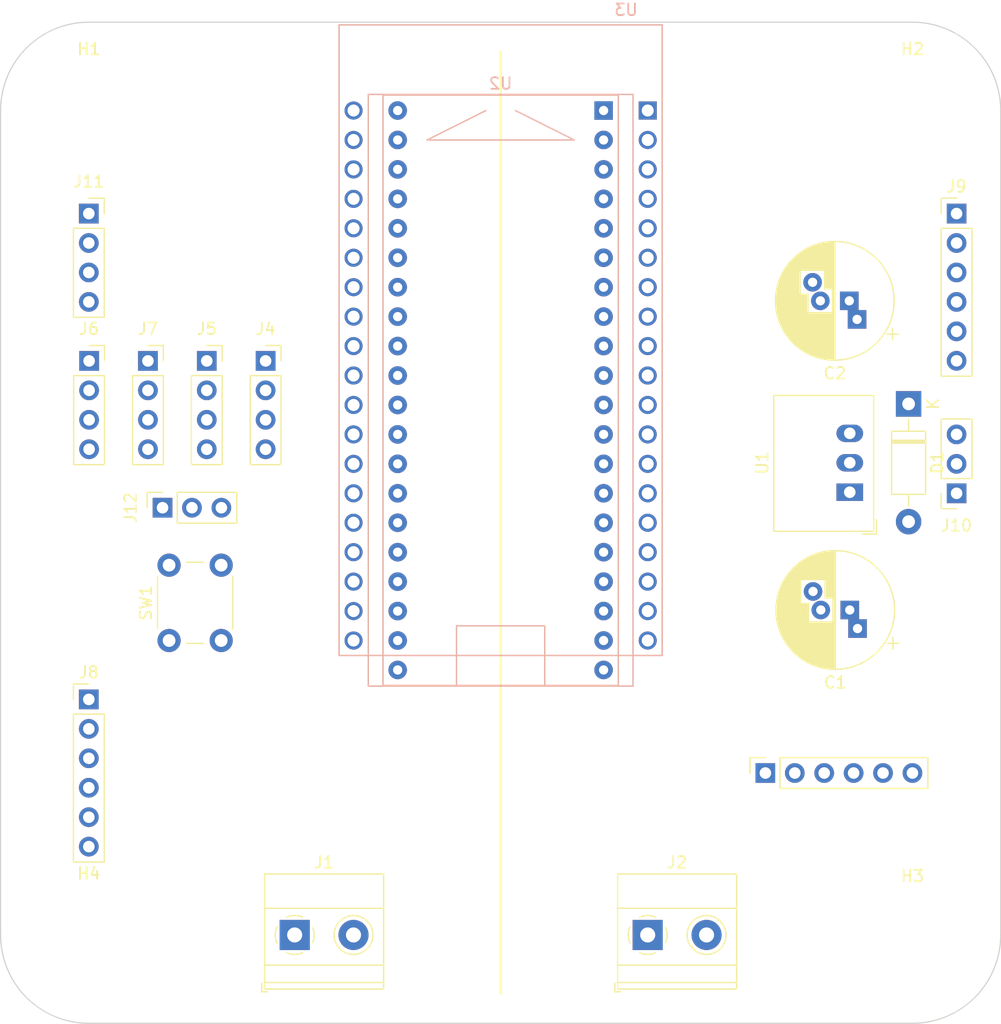
<source format=kicad_pcb>
(kicad_pcb (version 20211014) (generator pcbnew)
  (layers (0 "F.Cu" signal) (31 "B.Cu" signal) (36 "B.SilkS" user "B.Silkscreen") (37 "F.SilkS" user "F.Silkscreen") (38 "B.Mask" user) (39 "F.Mask" user) (44 "Edge.Cuts" user))
  (net 0 "")
  (net 1 "Vin-")
  (net 2 "GND")
  (net 3 "Vin+")
  (net 4 "I2C_DA")
  (net 5 "I2C_CL")
  (net 6 "SW01")
  (net 7 "SW02")
  (net 10 "SW03")
  (net 11 "SW04")
  (net 12 "SER_TX")
  (net 13 "SER_RX")
  (net 20 "OWI2")
  (net 21 "OWI1")
  (net 22 "OWI4")
  (net 23 "OWI3")
  (net 26 "Pin22")
  (net 32 "+3V3")
  (net 33 "RUN")
  (net 34 "VCC")
  (net 36 "Net-(J10-Pad2)")
  (footprint "Connector_PinSocket_2.54mm:PinSocket_1x04_P2.54mm_Vertical" (layer "F.Cu") (at 58.445 80.02)
    (fp_text reference "J6" (at 0 -2.77) (layer "F.SilkS"))
    (fp_text value "Conn_01x04")
    (pad "1" thru_hole rect (at 0 0) (size 1.7 1.7) (drill 1) (layers *.Cu *.Mask) (net 32 "+3V3"))
    (pad "2" thru_hole oval (at 0 2.54) (size 1.7 1.7) (drill 1) (layers *.Cu *.Mask) (net 2 "GND"))
    (pad "3" thru_hole oval (at 0 5.08) (size 1.7 1.7) (drill 1) (layers *.Cu *.Mask) (net 5 "I2C_CL"))
    (pad "4" thru_hole oval (at 0 7.62) (size 1.7 1.7) (drill 1) (layers *.Cu *.Mask) (net 4 "I2C_DA"))
  )
  (footprint "Diode_THT:D_DO-41_SOD81_P10.16mm_Horizontal" (layer "F.Cu") (at 129.2075 83.727 -90)
    (fp_text reference "D1" (at 5.08 -2.47 90) (layer "F.SilkS"))
    (fp_text value "1N5819")
    (fp_text user "K" (at 0 -2.1 90) (layer "F.SilkS"))
    (pad "1" thru_hole rect (at 0 0 270) (size 2.2 2.2) (drill 1.1) (layers *.Cu *.Mask) (net 34 "VCC"))
    (pad "2" thru_hole oval (at 10.16 0 270) (size 2.2 2.2) (drill 1.1) (layers *.Cu *.Mask) (net 1 "Vin-"))
  )
  (footprint "Converter_DCDC:Converter_DCDC_RECOM_R-78E-0.5_THT" (layer "F.Cu") (at 124.1275 91.347 90)
    (fp_text reference "U1" (at 2.54 -7.56 90) (layer "F.SilkS"))
    (fp_text value "R-78E5.0-0.5")
    (pad "1" thru_hole rect (at 0 0 90) (size 1.5 2.3) (drill 1) (layers *.Cu *.Mask) (net 1 "Vin-"))
    (pad "2" thru_hole oval (at 2.54 0 90) (size 1.5 2.3) (drill 1) (layers *.Cu *.Mask) (net 2 "GND"))
    (pad "3" thru_hole oval (at 5.08 0 90) (size 1.5 2.3) (drill 1) (layers *.Cu *.Mask) (net 34 "VCC"))
  )
  (footprint "Button_Switch_THT:SW_PUSH_6mm_H5mm" (layer "F.Cu") (at 65.35 104.14 90)
    (fp_text reference "SW1" (at 3.25 -2 90) (layer "F.SilkS"))
    (fp_text value "SW_Push")
    (pad "1" thru_hole circle (at 6.5 0 180) (size 2 2) (drill 1.1) (layers *.Cu *.Mask) (net 26 "Pin22"))
    (pad "1" thru_hole circle (at 0 0 180) (size 2 2) (drill 1.1) (layers *.Cu *.Mask) (net 26 "Pin22"))
    (pad "2" thru_hole circle (at 6.5 4.5 180) (size 2 2) (drill 1.1) (layers *.Cu *.Mask) (net 2 "GND"))
    (pad "2" thru_hole circle (at 0 4.5 180) (size 2 2) (drill 1.1) (layers *.Cu *.Mask) (net 2 "GND"))
  )
  (footprint "Connector_PinHeader_2.54mm:PinHeader_1x06_P2.54mm_Vertical" (layer "F.Cu") (at 58.42 109.22)
    (fp_text reference "J8" (at 0 -2.33) (layer "F.SilkS"))
    (fp_text value "Conn_01x06")
    (pad "1" thru_hole rect (at 0 0) (size 1.7 1.7) (drill 1) (layers *.Cu *.Mask) (net 32 "+3V3"))
    (pad "2" thru_hole oval (at 0 2.54) (size 1.7 1.7) (drill 1) (layers *.Cu *.Mask) (net 21 "OWI1"))
    (pad "3" thru_hole oval (at 0 5.08) (size 1.7 1.7) (drill 1) (layers *.Cu *.Mask) (net 20 "OWI2"))
    (pad "4" thru_hole oval (at 0 7.62) (size 1.7 1.7) (drill 1) (layers *.Cu *.Mask) (net 23 "OWI3"))
    (pad "5" thru_hole oval (at 0 10.16) (size 1.7 1.7) (drill 1) (layers *.Cu *.Mask) (net 22 "OWI4"))
    (pad "6" thru_hole oval (at 0 12.7) (size 1.7 1.7) (drill 1) (layers *.Cu *.Mask) (net 2 "GND"))
  )
  (footprint "Connector_PinHeader_2.54mm:PinHeader_1x06_P2.54mm_Vertical" (layer "F.Cu") (at 133.35 67.31)
    (fp_text reference "J9" (at 0 -2.33) (layer "F.SilkS"))
    (fp_text value "Conn_01x06")
    (pad "1" thru_hole rect (at 0 0) (size 1.7 1.7) (drill 1) (layers *.Cu *.Mask) (net 2 "GND"))
    (pad "2" thru_hole oval (at 0 2.54) (size 1.7 1.7) (drill 1) (layers *.Cu *.Mask) (net 6 "SW01"))
    (pad "3" thru_hole oval (at 0 5.08) (size 1.7 1.7) (drill 1) (layers *.Cu *.Mask) (net 7 "SW02"))
    (pad "4" thru_hole oval (at 0 7.62) (size 1.7 1.7) (drill 1) (layers *.Cu *.Mask) (net 10 "SW03"))
    (pad "5" thru_hole oval (at 0 10.16) (size 1.7 1.7) (drill 1) (layers *.Cu *.Mask) (net 11 "SW04"))
    (pad "6" thru_hole oval (at 0 12.7) (size 1.7 1.7) (drill 1) (layers *.Cu *.Mask) (net 36 "Net-(J10-Pad2)"))
  )
  (footprint "Connector_PinSocket_2.54mm:PinSocket_1x06_P2.54mm_Vertical" (layer "F.Cu") (at 116.84 115.57 90)
    (fp_text reference "J3" (at 15.333 1.9775 90) (layer "F.SilkS"))
    (fp_text value "Conn_01x06")
    (pad "1" thru_hole rect (at 0 0 90) (size 1.7 1.7) (drill 1) (layers *.Cu *.Mask) (net 32 "+3V3"))
    (pad "2" thru_hole oval (at 0 2.54 90) (size 1.7 1.7) (drill 1) (layers *.Cu *.Mask) (net 2 "GND"))
    (pad "3" thru_hole oval (at 0 5.08 90) (size 1.7 1.7) (drill 1) (layers *.Cu *.Mask) (net 5 "I2C_CL"))
    (pad "4" thru_hole oval (at 0 7.62 90) (size 1.7 1.7) (drill 1) (layers *.Cu *.Mask) (net 4 "I2C_DA"))
    (pad "5" thru_hole oval (at 0 10.16 90) (size 1.7 1.7) (drill 1) (layers *.Cu *.Mask) (net 1 "Vin-"))
    (pad "6" thru_hole oval (at 0 12.7 90) (size 1.7 1.7) (drill 1) (layers *.Cu *.Mask) (net 3 "Vin+"))
  )
  (footprint "TerminalBlock_Phoenix:TerminalBlock_Phoenix_MKDS-1,5-2-5.08_1x02_P5.08mm_Horizontal" (layer "F.Cu") (at 76.195 129.54)
    (fp_text reference "J1" (at 2.54 -6.26) (layer "F.SilkS"))
    (fp_text value "Conn_01x02")
    (pad "1" thru_hole rect (at 0 0) (size 2.6 2.6) (drill 1.3) (layers *.Cu *.Mask) (net 1 "Vin-"))
    (pad "2" thru_hole circle (at 5.08 0) (size 2.6 2.6) (drill 1.3) (layers *.Cu *.Mask) (net 2 "GND"))
  )
  (footprint "Capacitor_THT:CP_Radial_D10.0mm_P2.50mm_P5.00mm" (layer "F.Cu") (at 124.0875 74.837 180)
    (fp_text reference "C2" (at 1.25 -6.25) (layer "F.SilkS"))
    (fp_text value "C_Polarized")
    (pad "1" thru_hole rect (at 0 0 180) (size 1.6 1.6) (drill 0.8) (layers *.Cu *.Mask) (net 34 "VCC"))
    (pad "1" thru_hole rect (at -0.670937 -1.6 180) (size 1.6 1.6) (drill 0.8) (layers *.Cu *.Mask) (net 34 "VCC"))
    (pad "2" thru_hole circle (at 2.5 0 180) (size 1.6 1.6) (drill 0.8) (layers *.Cu *.Mask) (net 2 "GND"))
    (pad "2" thru_hole circle (at 3.170937 1.6 180) (size 1.6 1.6) (drill 0.8) (layers *.Cu *.Mask) (net 2 "GND"))
  )
  (footprint "MountingHole:MountingHole_4.3mm_M4" (layer "F.Cu") (at 58.42 129.54)
    (fp_text reference "H4" (at 0 -5.3) (layer "F.SilkS"))
    (fp_text value "MountingHole")
    (pad "" np_thru_hole circle (at 0 0) (size 4.3 4.3) (drill 4.3) (layers *.Cu *.Mask))
  )
  (footprint "MountingHole:MountingHole_4.3mm_M4" (layer "F.Cu") (at 58.42 58.42)
    (fp_text reference "H1" (at 0 -5.3) (layer "F.SilkS"))
    (fp_text value "MountingHole")
    (pad "" np_thru_hole circle (at 0 0) (size 4.3 4.3) (drill 4.3) (layers *.Cu *.Mask))
  )
  (footprint "Connector_PinSocket_2.54mm:PinSocket_1x04_P2.54mm_Vertical" (layer "F.Cu") (at 58.42 67.31)
    (fp_text reference "J11" (at 0 -2.77) (layer "F.SilkS"))
    (fp_text value "Conn_01x04")
    (pad "1" thru_hole rect (at 0 0) (size 1.7 1.7) (drill 1) (layers *.Cu *.Mask) (net 32 "+3V3"))
    (pad "2" thru_hole oval (at 0 2.54) (size 1.7 1.7) (drill 1) (layers *.Cu *.Mask) (net 12 "SER_TX"))
    (pad "3" thru_hole oval (at 0 5.08) (size 1.7 1.7) (drill 1) (layers *.Cu *.Mask) (net 13 "SER_RX"))
    (pad "4" thru_hole oval (at 0 7.62) (size 1.7 1.7) (drill 1) (layers *.Cu *.Mask) (net 2 "GND"))
  )
  (footprint "MountingHole:MountingHole_4.3mm_M4" (layer "F.Cu") (at 129.54 129.54)
    (fp_text reference "H3" (at 0 -5.08) (layer "F.SilkS"))
    (fp_text value "MountingHole")
    (pad "" np_thru_hole circle (at 0 0) (size 4.3 4.3) (drill 4.3) (layers *.Cu *.Mask))
  )
  (footprint "Connector_PinSocket_2.54mm:PinSocket_1x04_P2.54mm_Vertical" (layer "F.Cu") (at 73.685 80.02)
    (fp_text reference "J4" (at 0 -2.77) (layer "F.SilkS"))
    (fp_text value "Conn_01x04")
    (pad "1" thru_hole rect (at 0 0) (size 1.7 1.7) (drill 1) (layers *.Cu *.Mask) (net 32 "+3V3"))
    (pad "2" thru_hole oval (at 0 2.54) (size 1.7 1.7) (drill 1) (layers *.Cu *.Mask) (net 2 "GND"))
    (pad "3" thru_hole oval (at 0 5.08) (size 1.7 1.7) (drill 1) (layers *.Cu *.Mask) (net 5 "I2C_CL"))
    (pad "4" thru_hole oval (at 0 7.62) (size 1.7 1.7) (drill 1) (layers *.Cu *.Mask) (net 4 "I2C_DA"))
  )
  (footprint "Connector_PinSocket_2.54mm:PinSocket_1x04_P2.54mm_Vertical" (layer "F.Cu") (at 68.605 80.02)
    (fp_text reference "J5" (at 0 -2.77) (layer "F.SilkS"))
    (fp_text value "Conn_01x04")
    (pad "1" thru_hole rect (at 0 0) (size 1.7 1.7) (drill 1) (layers *.Cu *.Mask) (net 32 "+3V3"))
    (pad "2" thru_hole oval (at 0 2.54) (size 1.7 1.7) (drill 1) (layers *.Cu *.Mask) (net 2 "GND"))
    (pad "3" thru_hole oval (at 0 5.08) (size 1.7 1.7) (drill 1) (layers *.Cu *.Mask) (net 5 "I2C_CL"))
    (pad "4" thru_hole oval (at 0 7.62) (size 1.7 1.7) (drill 1) (layers *.Cu *.Mask) (net 4 "I2C_DA"))
  )
  (footprint "Connector_PinSocket_2.54mm:PinSocket_1x03_P2.54mm_Vertical" (layer "F.Cu") (at 64.785 92.685 90)
    (fp_text reference "J12" (at 0 -2.77 90) (layer "F.SilkS"))
    (fp_text value "Conn_01x03")
    (pad "1" thru_hole rect (at 0 0 90) (size 1.7 1.7) (drill 1) (layers *.Cu *.Mask) (net 26 "Pin22"))
    (pad "2" thru_hole oval (at 0 2.54 90) (size 1.7 1.7) (drill 1) (layers *.Cu *.Mask) (net 2 "GND"))
    (pad "3" thru_hole oval (at 0 5.08 90) (size 1.7 1.7) (drill 1) (layers *.Cu *.Mask) (net 33 "RUN"))
  )
  (footprint "Capacitor_THT:CP_Radial_D10.0mm_P2.50mm_P5.00mm" (layer "F.Cu") (at 124.1275 101.507 180)
    (fp_text reference "C1" (at 1.25 -6.25) (layer "F.SilkS"))
    (fp_text value "C_Polarized")
    (pad "1" thru_hole rect (at -0.670937 -1.6 180) (size 1.6 1.6) (drill 0.8) (layers *.Cu *.Mask) (net 1 "Vin-"))
    (pad "1" thru_hole rect (at 0 0 180) (size 1.6 1.6) (drill 0.8) (layers *.Cu *.Mask) (net 1 "Vin-"))
    (pad "2" thru_hole circle (at 2.5 0 180) (size 1.6 1.6) (drill 0.8) (layers *.Cu *.Mask) (net 2 "GND"))
    (pad "2" thru_hole circle (at 3.170937 1.6 180) (size 1.6 1.6) (drill 0.8) (layers *.Cu *.Mask) (net 2 "GND"))
  )
  (footprint "MountingHole:MountingHole_4.3mm_M4" (layer "F.Cu") (at 129.54 58.42)
    (fp_text reference "H2" (at 0 -5.3) (layer "F.SilkS"))
    (fp_text value "MountingHole")
    (pad "" np_thru_hole circle (at 0 0) (size 4.3 4.3) (drill 4.3) (layers *.Cu *.Mask))
  )
  (footprint "TerminalBlock_Phoenix:TerminalBlock_Phoenix_MKDS-1,5-2-5.08_1x02_P5.08mm_Horizontal" (layer "F.Cu") (at 106.68 129.54)
    (fp_text reference "J2" (at 2.54 -6.26) (layer "F.SilkS"))
    (fp_text value "Conn_01x02")
    (pad "1" thru_hole rect (at 0 0) (size 2.6 2.6) (drill 1.3) (layers *.Cu *.Mask) (net 3 "Vin+"))
    (pad "2" thru_hole circle (at 5.08 0) (size 2.6 2.6) (drill 1.3) (layers *.Cu *.Mask) (net 2 "GND"))
  )
  (footprint "Connector_PinSocket_2.54mm:PinSocket_1x04_P2.54mm_Vertical" (layer "F.Cu") (at 63.525 80.02)
    (fp_text reference "J7" (at 0 -2.77) (layer "F.SilkS"))
    (fp_text value "Conn_01x04")
    (pad "1" thru_hole rect (at 0 0) (size 1.7 1.7) (drill 1) (layers *.Cu *.Mask) (net 32 "+3V3"))
    (pad "2" thru_hole oval (at 0 2.54) (size 1.7 1.7) (drill 1) (layers *.Cu *.Mask) (net 2 "GND"))
    (pad "3" thru_hole oval (at 0 5.08) (size 1.7 1.7) (drill 1) (layers *.Cu *.Mask) (net 5 "I2C_CL"))
    (pad "4" thru_hole oval (at 0 7.62) (size 1.7 1.7) (drill 1) (layers *.Cu *.Mask) (net 4 "I2C_DA"))
  )
  (footprint "Connector_PinSocket_2.54mm:PinSocket_1x03_P2.54mm_Vertical" (layer "F.Cu") (at 133.35 91.44 180)
    (fp_text reference "J10" (at 0 -2.77) (layer "F.SilkS"))
    (fp_text value "Conn_01x03")
    (pad "1" thru_hole rect (at 0 0 180) (size 1.7 1.7) (drill 1) (layers *.Cu *.Mask) (net 32 "+3V3"))
    (pad "2" thru_hole oval (at 0 2.54 180) (size 1.7 1.7) (drill 1) (layers *.Cu *.Mask) (net 36 "Net-(J10-Pad2)"))
    (pad "3" thru_hole oval (at 0 5.08 180) (size 1.7 1.7) (drill 1) (layers *.Cu *.Mask) (net 34 "VCC"))
  )
  (footprint "POElib:Raspberry_Pi_Pico_W_Socket" (layer "B.Cu") (at 93.98 82.55 180)
    (fp_text reference "U2" (at 0 26.46) (layer "B.SilkS") (effects (justify mirror)))
    (fp_text value "Raspberry_Pi_Pico_W")
    (pad "1" thru_hole rect (at -8.89 24.13 180) (size 1.6 1.6) (drill 0.8) (layers *.Cu *.Mask) (net 4 "I2C_DA"))
    (pad "2" thru_hole oval (at -8.89 21.59 180) (size 1.6 1.6) (drill 0.8) (layers *.Cu *.Mask) (net 5 "I2C_CL"))
    (pad "3" thru_hole oval (at -8.89 19.05 180) (size 1.6 1.6) (drill 0.8) (layers *.Cu *.Mask) (net 2 "GND"))
    (pad "4" thru_hole oval (at -8.89 16.51 180) (size 1.6 1.6) (drill 0.8) (layers *.Cu *.Mask) (net 6 "SW01"))
    (pad "5" thru_hole oval (at -8.89 13.97 180) (size 1.6 1.6) (drill 0.8) (layers *.Cu *.Mask) (net 7 "SW02"))
    (pad "6" thru_hole oval (at -8.89 11.43 180) (size 1.6 1.6) (drill 0.8) (layers *.Cu *.Mask))
    (pad "7" thru_hole oval (at -8.89 8.89 180) (size 1.6 1.6) (drill 0.8) (layers *.Cu *.Mask))
    (pad "8" thru_hole oval (at -8.89 6.35 180) (size 1.6 1.6) (drill 0.8) (layers *.Cu *.Mask) (net 2 "GND"))
    (pad "9" thru_hole oval (at -8.89 3.81 180) (size 1.6 1.6) (drill 0.8) (layers *.Cu *.Mask) (net 10 "SW03"))
    (pad "10" thru_hole oval (at -8.89 1.27 180) (size 1.6 1.6) (drill 0.8) (layers *.Cu *.Mask) (net 11 "SW04"))
    (pad "11" thru_hole oval (at -8.89 -1.27 180) (size 1.6 1.6) (drill 0.8) (layers *.Cu *.Mask) (net 12 "SER_TX"))
    (pad "12" thru_hole oval (at -8.89 -3.81 180) (size 1.6 1.6) (drill 0.8) (layers *.Cu *.Mask) (net 13 "SER_RX"))
    (pad "13" thru_hole oval (at -8.89 -6.35 180) (size 1.6 1.6) (drill 0.8) (layers *.Cu *.Mask) (net 2 "GND"))
    (pad "14" thru_hole oval (at -8.89 -8.89 180) (size 1.6 1.6) (drill 0.8) (layers *.Cu *.Mask))
    (pad "15" thru_hole oval (at -8.89 -11.43 180) (size 1.6 1.6) (drill 0.8) (layers *.Cu *.Mask))
    (pad "16" thru_hole oval (at -8.89 -13.97 180) (size 1.6 1.6) (drill 0.8) (layers *.Cu *.Mask))
    (pad "17" thru_hole oval (at -8.89 -16.51 180) (size 1.6 1.6) (drill 0.8) (layers *.Cu *.Mask))
    (pad "18" thru_hole oval (at -8.89 -19.05 180) (size 1.6 1.6) (drill 0.8) (layers *.Cu *.Mask) (net 2 "GND"))
    (pad "19" thru_hole oval (at -8.89 -21.59 180) (size 1.6 1.6) (drill 0.8) (layers *.Cu *.Mask))
    (pad "20" thru_hole oval (at -8.89 -24.13 180) (size 1.6 1.6) (drill 0.8) (layers *.Cu *.Mask))
    (pad "21" thru_hole oval (at 8.89 -24.13 180) (size 1.6 1.6) (drill 0.8) (layers *.Cu *.Mask) (net 20 "OWI2"))
    (pad "22" thru_hole oval (at 8.89 -21.59 180) (size 1.6 1.6) (drill 0.8) (layers *.Cu *.Mask) (net 21 "OWI1"))
    (pad "23" thru_hole oval (at 8.89 -19.05 180) (size 1.6 1.6) (drill 0.8) (layers *.Cu *.Mask) (net 2 "GND"))
    (pad "24" thru_hole oval (at 8.89 -16.51 180) (size 1.6 1.6) (drill 0.8) (layers *.Cu *.Mask) (net 22 "OWI4"))
    (pad "25" thru_hole oval (at 8.89 -13.97 180) (size 1.6 1.6) (drill 0.8) (layers *.Cu *.Mask) (net 23 "OWI3"))
    (pad "26" thru_hole oval (at 8.89 -11.43 180) (size 1.6 1.6) (drill 0.8) (layers *.Cu *.Mask))
    (pad "27" thru_hole oval (at 8.89 -8.89 180) (size 1.6 1.6) (drill 0.8) (layers *.Cu *.Mask))
    (pad "28" thru_hole oval (at 8.89 -6.35 180) (size 1.6 1.6) (drill 0.8) (layers *.Cu *.Mask) (net 2 "GND"))
    (pad "29" thru_hole oval (at 8.89 -3.81 180) (size 1.6 1.6) (drill 0.8) (layers *.Cu *.Mask) (net 26 "Pin22"))
    (pad "30" thru_hole oval (at 8.89 -1.27 180) (size 1.6 1.6) (drill 0.8) (layers *.Cu *.Mask))
    (pad "31" thru_hole oval (at 8.89 1.27 180) (size 1.6 1.6) (drill 0.8) (layers *.Cu *.Mask))
    (pad "32" thru_hole oval (at 8.89 3.81 180) (size 1.6 1.6) (drill 0.8) (layers *.Cu *.Mask))
    (pad "33" thru_hole oval (at 8.89 6.35 180) (size 1.6 1.6) (drill 0.8) (layers *.Cu *.Mask) (net 2 "GND"))
    (pad "34" thru_hole oval (at 8.89 8.89 180) (size 1.6 1.6) (drill 0.8) (layers *.Cu *.Mask))
    (pad "35" thru_hole oval (at 8.89 11.43 180) (size 1.6 1.6) (drill 0.8) (layers *.Cu *.Mask))
    (pad "36" thru_hole oval (at 8.89 13.97 180) (size 1.6 1.6) (drill 0.8) (layers *.Cu *.Mask) (net 32 "+3V3"))
    (pad "37" thru_hole oval (at 8.89 16.51 180) (size 1.6 1.6) (drill 0.8) (layers *.Cu *.Mask) (net 33 "RUN"))
    (pad "38" thru_hole oval (at 8.89 19.05 180) (size 1.6 1.6) (drill 0.8) (layers *.Cu *.Mask) (net 2 "GND"))
    (pad "39" thru_hole oval (at 8.89 21.59 180) (size 1.6 1.6) (drill 0.8) (layers *.Cu *.Mask) (net 34 "VCC"))
    (pad "40" thru_hole oval (at 8.89 24.13 180) (size 1.6 1.6) (drill 0.8) (layers *.Cu *.Mask))
  )
  (footprint "POElib:MODULE_ESP32-DEVKITC-32D" (layer "B.Cu") (at 93.98 78.18 180)
    (fp_text reference "U3" (at -10.829175 28.446045) (layer "B.SilkS") (effects (font (size 1.000386 1.000386)) (justify mirror)))
    (fp_text value "ESP32-DEVKITC-32D")
    (pad "1" thru_hole rect (at -12.7 19.76 180) (size 1.56 1.56) (drill 1.04) (layers *.Cu *.Mask) (net 32 "+3V3"))
    (pad "2" thru_hole circle (at -12.7 17.22 180) (size 1.56 1.56) (drill 1.04) (layers *.Cu *.Mask) (net 33 "RUN"))
    (pad "3" thru_hole circle (at -12.7 14.68 180) (size 1.56 1.56) (drill 1.04) (layers *.Cu *.Mask))
    (pad "4" thru_hole circle (at -12.7 12.14 180) (size 1.56 1.56) (drill 1.04) (layers *.Cu *.Mask))
    (pad "5" thru_hole circle (at -12.7 9.6 180) (size 1.56 1.56) (drill 1.04) (layers *.Cu *.Mask))
    (pad "6" thru_hole circle (at -12.7 7.06 180) (size 1.56 1.56) (drill 1.04) (layers *.Cu *.Mask))
    (pad "7" thru_hole circle (at -12.7 4.52 180) (size 1.56 1.56) (drill 1.04) (layers *.Cu *.Mask) (net 6 "SW01"))
    (pad "8" thru_hole circle (at -12.7 1.98 180) (size 1.56 1.56) (drill 1.04) (layers *.Cu *.Mask) (net 7 "SW02"))
    (pad "9" thru_hole circle (at -12.7 -0.56 180) (size 1.56 1.56) (drill 1.04) (layers *.Cu *.Mask))
    (pad "10" thru_hole circle (at -12.7 -3.1 180) (size 1.56 1.56) (drill 1.04) (layers *.Cu *.Mask) (net 10 "SW03"))
    (pad "11" thru_hole circle (at -12.7 -5.64 180) (size 1.56 1.56) (drill 1.04) (layers *.Cu *.Mask) (net 11 "SW04"))
    (pad "12" thru_hole circle (at -12.7 -8.18 180) (size 1.56 1.56) (drill 1.04) (layers *.Cu *.Mask) (net 22 "OWI4"))
    (pad "13" thru_hole circle (at -12.7 -10.72 180) (size 1.56 1.56) (drill 1.04) (layers *.Cu *.Mask) (net 20 "OWI2"))
    (pad "14" thru_hole circle (at -12.7 -13.26 180) (size 1.56 1.56) (drill 1.04) (layers *.Cu *.Mask) (net 2 "GND"))
    (pad "15" thru_hole circle (at -12.7 -15.8 180) (size 1.56 1.56) (drill 1.04) (layers *.Cu *.Mask) (net 23 "OWI3"))
    (pad "16" thru_hole circle (at -12.7 -18.34 180) (size 1.56 1.56) (drill 1.04) (layers *.Cu *.Mask))
    (pad "17" thru_hole circle (at -12.7 -20.88 180) (size 1.56 1.56) (drill 1.04) (layers *.Cu *.Mask))
    (pad "18" thru_hole circle (at -12.7 -23.42 180) (size 1.56 1.56) (drill 1.04) (layers *.Cu *.Mask))
    (pad "19" thru_hole circle (at -12.7 -25.96 180) (size 1.56 1.56) (drill 1.04) (layers *.Cu *.Mask) (net 34 "VCC"))
    (pad "20" thru_hole circle (at 12.7 19.76 180) (size 1.56 1.56) (drill 1.04) (layers *.Cu *.Mask) (net 2 "GND"))
    (pad "21" thru_hole circle (at 12.7 17.22 180) (size 1.56 1.56) (drill 1.04) (layers *.Cu *.Mask))
    (pad "22" thru_hole circle (at 12.7 14.68 180) (size 1.56 1.56) (drill 1.04) (layers *.Cu *.Mask) (net 26 "Pin22"))
    (pad "23" thru_hole circle (at 12.7 12.14 180) (size 1.56 1.56) (drill 1.04) (layers *.Cu *.Mask) (net 12 "SER_TX"))
    (pad "24" thru_hole circle (at 12.7 9.6 180) (size 1.56 1.56) (drill 1.04) (layers *.Cu *.Mask) (net 13 "SER_RX"))
    (pad "25" thru_hole circle (at 12.7 7.06 180) (size 1.56 1.56) (drill 1.04) (layers *.Cu *.Mask))
    (pad "26" thru_hole circle (at 12.7 4.52 180) (size 1.56 1.56) (drill 1.04) (layers *.Cu *.Mask) (net 2 "GND"))
    (pad "27" thru_hole circle (at 12.7 1.98 180) (size 1.56 1.56) (drill 1.04) (layers *.Cu *.Mask) (net 4 "I2C_DA"))
    (pad "28" thru_hole circle (at 12.7 -0.56 180) (size 1.56 1.56) (drill 1.04) (layers *.Cu *.Mask) (net 5 "I2C_CL"))
    (pad "29" thru_hole circle (at 12.7 -3.1 180) (size 1.56 1.56) (drill 1.04) (layers *.Cu *.Mask))
    (pad "30" thru_hole circle (at 12.7 -5.64 180) (size 1.56 1.56) (drill 1.04) (layers *.Cu *.Mask))
    (pad "31" thru_hole circle (at 12.7 -8.18 180) (size 1.56 1.56) (drill 1.04) (layers *.Cu *.Mask))
    (pad "32" thru_hole circle (at 12.7 -10.72 180) (size 1.56 1.56) (drill 1.04) (layers *.Cu *.Mask))
    (pad "33" thru_hole circle (at 12.7 -13.26 180) (size 1.56 1.56) (drill 1.04) (layers *.Cu *.Mask))
    (pad "34" thru_hole circle (at 12.7 -15.8 180) (size 1.56 1.56) (drill 1.04) (layers *.Cu *.Mask))
    (pad "35" thru_hole circle (at 12.7 -18.34 180) (size 1.56 1.56) (drill 1.04) (layers *.Cu *.Mask) (net 21 "OWI1"))
    (pad "36" thru_hole circle (at 12.7 -20.88 180) (size 1.56 1.56) (drill 1.04) (layers *.Cu *.Mask))
    (pad "37" thru_hole circle (at 12.7 -23.42 180) (size 1.56 1.56) (drill 1.04) (layers *.Cu *.Mask))
    (pad "38" thru_hole circle (at 12.7 -25.96 180) (size 1.56 1.56) (drill 1.04) (layers *.Cu *.Mask))
  )
  (gr_line (start 93.98 53.34) (end 93.98 134.62) (layer "F.SilkS") (width 0.15))
  (gr_line (start 50.8 129.54) (end 50.8 58.42) (layer "Edge.Cuts") (width 0.1))
  (gr_arc (start 137.16 129.54) (mid 134.928154 134.928154) (end 129.54 137.16) (layer "Edge.Cuts") (width 0.1))
  (gr_arc (start 50.8 58.42) (mid 53.031846 53.031846) (end 58.42 50.8) (layer "Edge.Cuts") (width 0.1))
  (gr_line (start 58.42 50.8) (end 129.54 50.8) (layer "Edge.Cuts") (width 0.1))
  (gr_arc (start 129.54 50.8) (mid 134.928154 53.031846) (end 137.16 58.42) (layer "Edge.Cuts") (width 0.1))
  (gr_line (start 129.54 137.16) (end 58.42 137.16) (layer "Edge.Cuts") (width 0.1))
  (gr_arc (start 58.42 137.16) (mid 53.031846 134.928154) (end 50.8 129.54) (layer "Edge.Cuts") (width 0.1))
  (gr_line (start 137.16 58.42) (end 137.16 129.54) (layer "Edge.Cuts") (width 0.1))
)
</source>
